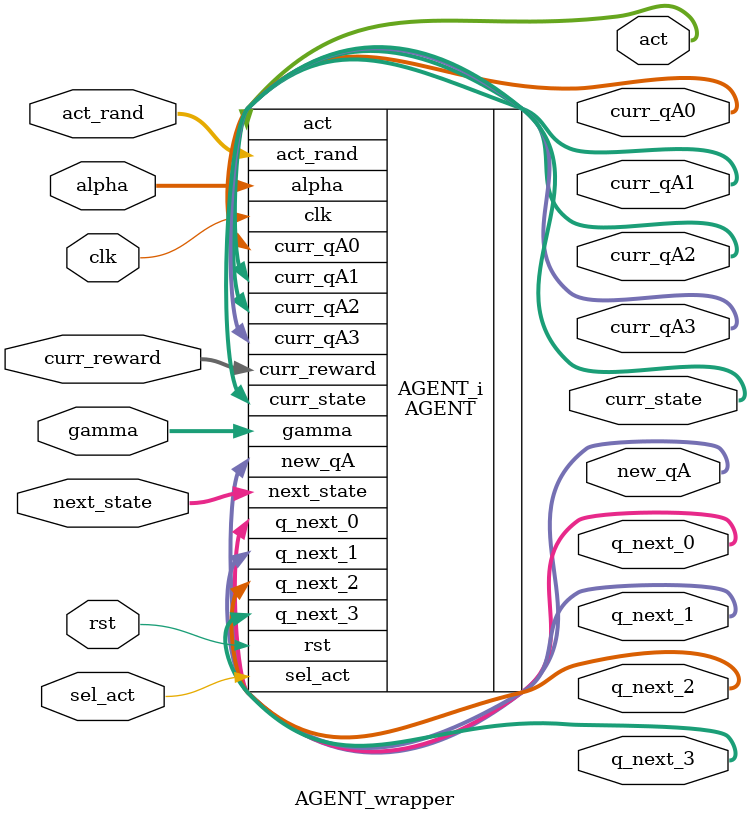
<source format=v>
`timescale 1 ps / 1 ps

module AGENT_wrapper
   (act,
    act_rand,
    alpha,
    clk,
    curr_qA0,
    curr_qA1,
    curr_qA2,
    curr_qA3,
    curr_reward,
    curr_state,
    gamma,
    new_qA,
    next_state,
    q_next_0,
    q_next_1,
    q_next_2,
    q_next_3,
    rst,
    sel_act);
  output [1:0]act;
  input [1:0]act_rand;
  input [2:0]alpha;
  input clk;
  output [31:0]curr_qA0;
  output [31:0]curr_qA1;
  output [31:0]curr_qA2;
  output [31:0]curr_qA3;
  input [31:0]curr_reward;
  output [31:0]curr_state;
  input [2:0]gamma;
  output [31:0]new_qA;
  input [31:0]next_state;
  output [31:0]q_next_0;
  output [31:0]q_next_1;
  output [31:0]q_next_2;
  output [31:0]q_next_3;
  input rst;
  input sel_act;

  wire [1:0]act;
  wire [1:0]act_rand;
  wire [2:0]alpha;
  wire clk;
  wire [31:0]curr_qA0;
  wire [31:0]curr_qA1;
  wire [31:0]curr_qA2;
  wire [31:0]curr_qA3;
  wire [31:0]curr_reward;
  wire [31:0]curr_state;
  wire [2:0]gamma;
  wire [31:0]new_qA;
  wire [31:0]next_state;
  wire [31:0]q_next_0;
  wire [31:0]q_next_1;
  wire [31:0]q_next_2;
  wire [31:0]q_next_3;
  wire rst;
  wire sel_act;

  AGENT AGENT_i
       (.act(act),
        .act_rand(act_rand),
        .alpha(alpha),
        .clk(clk),
        .curr_qA0(curr_qA0),
        .curr_qA1(curr_qA1),
        .curr_qA2(curr_qA2),
        .curr_qA3(curr_qA3),
        .curr_reward(curr_reward),
        .curr_state(curr_state),
        .gamma(gamma),
        .new_qA(new_qA),
        .next_state(next_state),
        .q_next_0(q_next_0),
        .q_next_1(q_next_1),
        .q_next_2(q_next_2),
        .q_next_3(q_next_3),
        .rst(rst),
        .sel_act(sel_act));
endmodule

</source>
